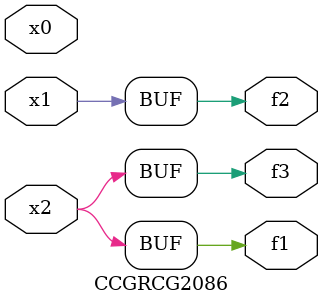
<source format=v>
module CCGRCG2086(
	input x0, x1, x2,
	output f1, f2, f3
);
	assign f1 = x2;
	assign f2 = x1;
	assign f3 = x2;
endmodule

</source>
